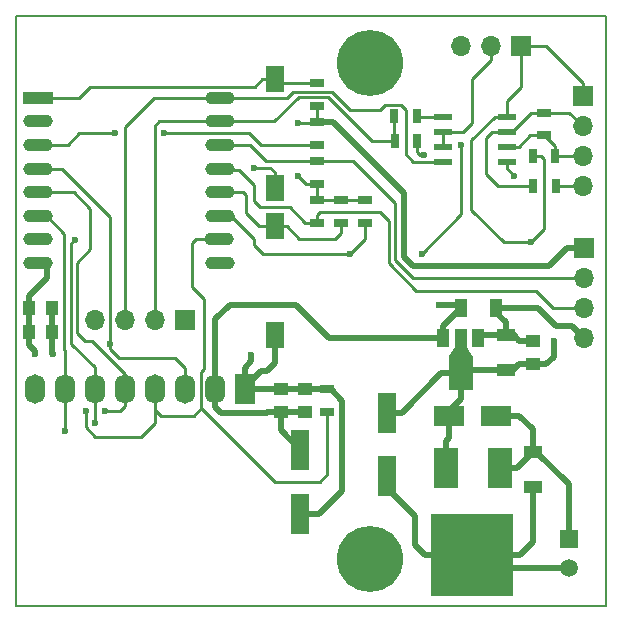
<source format=gtl>
G04 #@! TF.FileFunction,Copper,L1,Top,Mixed*
%FSLAX46Y46*%
G04 Gerber Fmt 4.6, Leading zero omitted, Abs format (unit mm)*
G04 Created by KiCad (PCBNEW 4.0.2-stable) date 6/15/2017 12:31:11 PM*
%MOMM*%
G01*
G04 APERTURE LIST*
%ADD10C,0.100000*%
%ADD11C,0.150000*%
%ADD12R,1.727200X2.500000*%
%ADD13O,1.727200X2.500000*%
%ADD14R,0.700000X1.300000*%
%ADD15R,1.600000X2.180000*%
%ADD16R,1.000000X1.250000*%
%ADD17R,1.250000X1.000000*%
%ADD18R,1.600000X1.000000*%
%ADD19R,1.000000X1.600000*%
%ADD20R,1.500000X1.500000*%
%ADD21C,1.500000*%
%ADD22R,1.300000X0.700000*%
%ADD23R,2.500000X1.100000*%
%ADD24O,2.500000X1.100000*%
%ADD25R,2.000000X3.500000*%
%ADD26R,7.000000X7.000000*%
%ADD27R,1.000000X1.500000*%
%ADD28R,2.000000X3.000000*%
%ADD29R,2.500000X1.800000*%
%ADD30R,1.700000X1.700000*%
%ADD31O,1.700000X1.700000*%
%ADD32R,1.550000X0.600000*%
%ADD33C,5.600000*%
%ADD34R,1.600000X3.500000*%
%ADD35C,0.600000*%
%ADD36C,0.500000*%
%ADD37C,0.250000*%
G04 APERTURE END LIST*
D10*
D11*
X100000000Y-100000000D02*
X100000000Y-150000000D01*
X150000000Y-100000000D02*
X100000000Y-100000000D01*
X150000000Y-150000000D02*
X150000000Y-100000000D01*
X100000000Y-150000000D02*
X150000000Y-150000000D01*
D12*
X119380000Y-131572000D03*
D13*
X116840000Y-131572000D03*
X114300000Y-131572000D03*
X111760000Y-131572000D03*
X109220000Y-131572000D03*
X106680000Y-131572000D03*
X104140000Y-131572000D03*
X101600000Y-131572000D03*
D14*
X143830000Y-114452400D03*
X145730000Y-114452400D03*
D15*
X121920000Y-105392000D03*
X121920000Y-114572000D03*
D16*
X101108000Y-126746000D03*
X103108000Y-126746000D03*
X101108000Y-124714000D03*
X103108000Y-124714000D03*
D17*
X122428000Y-133588000D03*
X122428000Y-131588000D03*
X124460000Y-133588000D03*
X124460000Y-131588000D03*
D18*
X143764000Y-136930000D03*
X143764000Y-139930000D03*
D17*
X143764000Y-129524000D03*
X143764000Y-127524000D03*
D18*
X141478000Y-130024000D03*
X141478000Y-127024000D03*
D19*
X137692000Y-124714000D03*
X140692000Y-124714000D03*
D20*
X146812000Y-144272000D03*
D21*
X146812000Y-146772000D03*
D22*
X125476000Y-107630000D03*
X125476000Y-105730000D03*
X127508000Y-115636000D03*
X127508000Y-117536000D03*
X125476000Y-109032000D03*
X125476000Y-110932000D03*
X126365000Y-133538000D03*
X126365000Y-131638000D03*
X125476000Y-115636000D03*
X125476000Y-117536000D03*
X125476000Y-114234000D03*
X125476000Y-112334000D03*
D15*
X121920000Y-117838000D03*
X121920000Y-127018000D03*
D23*
X101916000Y-106934000D03*
D24*
X101916000Y-108934000D03*
X101916000Y-110934000D03*
X101916000Y-112934000D03*
X101916000Y-114934000D03*
X101916000Y-116934000D03*
X101916000Y-118934000D03*
X101916000Y-120934000D03*
X117316000Y-120934000D03*
X117216000Y-118934000D03*
X117316000Y-116934000D03*
X117316000Y-114934000D03*
X117316000Y-112934000D03*
X117316000Y-110934000D03*
X117316000Y-108934000D03*
X117316000Y-106934000D03*
D25*
X140974000Y-138286000D03*
X136394000Y-138286000D03*
D26*
X138674000Y-145686000D03*
D27*
X139168000Y-127298000D03*
X137668000Y-127298000D03*
X136168000Y-127298000D03*
D28*
X137668000Y-130258000D03*
D10*
G36*
X136668000Y-128783000D02*
X137168000Y-128033000D01*
X138168000Y-128033000D01*
X138668000Y-128783000D01*
X136668000Y-128783000D01*
X136668000Y-128783000D01*
G37*
D29*
X140684000Y-133858000D03*
X136684000Y-133858000D03*
D30*
X114300000Y-125730000D03*
D31*
X111760000Y-125730000D03*
X109220000Y-125730000D03*
X106680000Y-125730000D03*
D30*
X148082000Y-119634000D03*
D31*
X148082000Y-122174000D03*
X148082000Y-124714000D03*
X148082000Y-127254000D03*
D30*
X142798800Y-102565200D03*
D31*
X140258800Y-102565200D03*
X137718800Y-102565200D03*
D30*
X148031200Y-106832400D03*
D31*
X148031200Y-109372400D03*
X148031200Y-111912400D03*
X148031200Y-114452400D03*
D14*
X133944400Y-108508800D03*
X132044400Y-108508800D03*
X132095200Y-110642400D03*
X133995200Y-110642400D03*
X143779200Y-111912400D03*
X145679200Y-111912400D03*
D22*
X144729200Y-110119200D03*
X144729200Y-108219200D03*
D32*
X136187200Y-108534200D03*
X136187200Y-109804200D03*
X136187200Y-111074200D03*
X136187200Y-112344200D03*
X141587200Y-112344200D03*
X141587200Y-111074200D03*
X141587200Y-109804200D03*
X141587200Y-108534200D03*
D33*
X130000000Y-146000000D03*
X130000000Y-104000000D03*
D34*
X124079000Y-136746000D03*
X124079000Y-142146000D03*
X131400000Y-133600000D03*
X131400000Y-139000000D03*
D22*
X129540000Y-115636000D03*
X129540000Y-117536000D03*
D35*
X116890800Y-129336800D03*
X101600000Y-128676400D03*
X123901200Y-109067600D03*
X123901200Y-113559200D03*
X135839200Y-124460000D03*
X135839200Y-121158000D03*
X119938800Y-128727200D03*
X142231000Y-113538000D03*
X134569200Y-111760000D03*
X120142000Y-112877600D03*
X103124000Y-128651000D03*
X143611600Y-119176800D03*
X145542000Y-127508000D03*
X105918000Y-133451600D03*
X107543600Y-133451600D03*
X104140000Y-135128000D03*
X106680000Y-134467600D03*
X104999979Y-118945795D03*
X107950000Y-127762000D03*
X108381800Y-109956600D03*
X112522000Y-109956600D03*
X128270000Y-120142000D03*
X134366000Y-120142000D03*
X137718800Y-110947200D03*
D36*
X116890800Y-129336800D02*
X116890800Y-125679200D01*
X118110000Y-124460000D02*
X123698000Y-124460000D01*
X116890800Y-125679200D02*
X118110000Y-124460000D01*
X126536000Y-127298000D02*
X136168000Y-127298000D01*
X123698000Y-124460000D02*
X126536000Y-127298000D01*
X135839200Y-121158000D02*
X133604000Y-121158000D01*
X132842000Y-120396000D02*
X132842000Y-115011200D01*
X133604000Y-121158000D02*
X132842000Y-120396000D01*
X132842000Y-115011200D02*
X126862800Y-109032000D01*
X126862800Y-109032000D02*
X125476000Y-109032000D01*
D37*
X129540000Y-115636000D02*
X127508000Y-115636000D01*
X125476000Y-115636000D02*
X127508000Y-115636000D01*
D36*
X101600000Y-128363000D02*
X101600000Y-128676400D01*
X101108000Y-126746000D02*
X101108000Y-127871000D01*
X101108000Y-127871000D02*
X101600000Y-128363000D01*
X122428000Y-133588000D02*
X122428000Y-135095000D01*
X122428000Y-135095000D02*
X124079000Y-136746000D01*
X122428000Y-133588000D02*
X121303000Y-133588000D01*
X121303000Y-133588000D02*
X121287000Y-133604000D01*
X121287000Y-133604000D02*
X117348000Y-133604000D01*
X117348000Y-133604000D02*
X116840000Y-133096000D01*
X116840000Y-133096000D02*
X116840000Y-131572000D01*
X124460000Y-133588000D02*
X122428000Y-133588000D01*
X145186400Y-121158000D02*
X146710400Y-119634000D01*
X146710400Y-119634000D02*
X148082000Y-119634000D01*
X135839200Y-121158000D02*
X145186400Y-121158000D01*
D37*
X123901200Y-109067600D02*
X125440400Y-109067600D01*
X125440400Y-109067600D02*
X125476000Y-109032000D01*
X125476000Y-114234000D02*
X124576000Y-114234000D01*
X124576000Y-114234000D02*
X123901200Y-113559200D01*
D36*
X125476000Y-109032000D02*
X125776000Y-109032000D01*
X135839200Y-124460000D02*
X137438000Y-124460000D01*
X137438000Y-124460000D02*
X137692000Y-124714000D01*
X101092000Y-123723400D02*
X102616000Y-122199400D01*
X102616000Y-122199400D02*
X102616000Y-120934000D01*
X101092000Y-124573000D02*
X101092000Y-123723400D01*
X101108000Y-124714000D02*
X101108000Y-124589000D01*
X101108000Y-124589000D02*
X101092000Y-124573000D01*
X101108000Y-124714000D02*
X101108000Y-126746000D01*
X116840000Y-131572000D02*
X116840000Y-129336800D01*
D37*
X125476000Y-109032000D02*
X125476000Y-107630000D01*
X125476000Y-115636000D02*
X125476000Y-114234000D01*
D36*
X136168000Y-127298000D02*
X136168000Y-126238000D01*
X136168000Y-126238000D02*
X137692000Y-124714000D01*
X119938800Y-129263200D02*
X119938800Y-128727200D01*
X119380000Y-131572000D02*
X119380000Y-129822000D01*
X119380000Y-129822000D02*
X119938800Y-129263200D01*
X133800000Y-142350000D02*
X133800000Y-144812000D01*
X133800000Y-144812000D02*
X134674000Y-145686000D01*
X134674000Y-145686000D02*
X138674000Y-145686000D01*
X131400000Y-139000000D02*
X131400000Y-139950000D01*
X131400000Y-139950000D02*
X133800000Y-142350000D01*
X127635000Y-140208000D02*
X125697000Y-142146000D01*
X125697000Y-142146000D02*
X124079000Y-142146000D01*
X127635000Y-132608000D02*
X127635000Y-140208000D01*
X126365000Y-131638000D02*
X126665000Y-131638000D01*
X126665000Y-131638000D02*
X127635000Y-132608000D01*
X121285000Y-130048000D02*
X121920000Y-129413000D01*
X121920000Y-129413000D02*
X121920000Y-127018000D01*
X120751600Y-130048000D02*
X121285000Y-130048000D01*
X119380000Y-131572000D02*
X119380000Y-131419600D01*
X119380000Y-131419600D02*
X120751600Y-130048000D01*
X122428000Y-131588000D02*
X119396000Y-131588000D01*
X119396000Y-131588000D02*
X119380000Y-131572000D01*
X124460000Y-131588000D02*
X122428000Y-131588000D01*
X126365000Y-131638000D02*
X124510000Y-131638000D01*
X124510000Y-131638000D02*
X124460000Y-131588000D01*
X145745200Y-126238000D02*
X144221200Y-124714000D01*
X144221200Y-124714000D02*
X140692000Y-124714000D01*
X147066000Y-126238000D02*
X145745200Y-126238000D01*
X148082000Y-127254000D02*
X147066000Y-126238000D01*
X140692000Y-125147200D02*
X141478000Y-125933200D01*
X141478000Y-125933200D02*
X141478000Y-127024000D01*
X140692000Y-124714000D02*
X140692000Y-125147200D01*
D37*
X141587200Y-112344200D02*
X141587200Y-112894200D01*
X141587200Y-112894200D02*
X142231000Y-113538000D01*
X134212800Y-111760000D02*
X134569200Y-111760000D01*
X133995200Y-110642400D02*
X133995200Y-111542400D01*
X133995200Y-111542400D02*
X134212800Y-111760000D01*
X145730000Y-114452400D02*
X148031200Y-114452400D01*
X121565600Y-112877600D02*
X120142000Y-112877600D01*
X121920000Y-114572000D02*
X121920000Y-113232000D01*
X121920000Y-113232000D02*
X121565600Y-112877600D01*
D36*
X103108000Y-126746000D02*
X103108000Y-128635000D01*
X103108000Y-128635000D02*
X103124000Y-128651000D01*
X146812000Y-146772000D02*
X139760000Y-146772000D01*
X139760000Y-146772000D02*
X138674000Y-145686000D01*
X119364000Y-131588000D02*
X119380000Y-131572000D01*
X103108000Y-126746000D02*
X103108000Y-124714000D01*
X147812000Y-127524000D02*
X148082000Y-127254000D01*
X142264000Y-127024000D02*
X142264000Y-127149000D01*
X142264000Y-127149000D02*
X142639000Y-127524000D01*
X142639000Y-127524000D02*
X143764000Y-127524000D01*
X141478000Y-127024000D02*
X142264000Y-127024000D01*
X141478000Y-127024000D02*
X139442000Y-127024000D01*
X139442000Y-127024000D02*
X139168000Y-127298000D01*
X138674000Y-145686000D02*
X142674000Y-145686000D01*
X142674000Y-145686000D02*
X143764000Y-144596000D01*
X143764000Y-144596000D02*
X143764000Y-140930000D01*
X143764000Y-140930000D02*
X143764000Y-139930000D01*
X146812000Y-144272000D02*
X146812000Y-139678000D01*
X146812000Y-139678000D02*
X144064000Y-136930000D01*
X144064000Y-136930000D02*
X143764000Y-136930000D01*
X140974000Y-138286000D02*
X142408000Y-138286000D01*
X142408000Y-138286000D02*
X143764000Y-136930000D01*
X142621000Y-133858000D02*
X143764000Y-135001000D01*
X143764000Y-135001000D02*
X143764000Y-136930000D01*
X140684000Y-133858000D02*
X142621000Y-133858000D01*
X131400000Y-133600000D02*
X132700000Y-133600000D01*
X136042000Y-130258000D02*
X137668000Y-130258000D01*
X132700000Y-133600000D02*
X136042000Y-130258000D01*
D37*
X141325600Y-119176800D02*
X143611600Y-119176800D01*
X138582400Y-116433600D02*
X141325600Y-119176800D01*
X138582400Y-110514000D02*
X138582400Y-116433600D01*
X141587200Y-108534200D02*
X140562200Y-108534200D01*
X140562200Y-108534200D02*
X138582400Y-110514000D01*
X143611600Y-119176800D02*
X144729200Y-118059200D01*
X144729200Y-118059200D02*
X144729200Y-112166400D01*
X144729200Y-112166400D02*
X144475200Y-111912400D01*
X144475200Y-111912400D02*
X143779200Y-111912400D01*
D36*
X145542000Y-128871000D02*
X145542000Y-127508000D01*
X143764000Y-129524000D02*
X144889000Y-129524000D01*
X144889000Y-129524000D02*
X145542000Y-128871000D01*
D37*
X148031200Y-106832400D02*
X148031200Y-105732400D01*
X148031200Y-105732400D02*
X144864000Y-102565200D01*
X144864000Y-102565200D02*
X143898800Y-102565200D01*
X143898800Y-102565200D02*
X142798800Y-102565200D01*
X141587200Y-107231200D02*
X142798800Y-106019600D01*
X142798800Y-106019600D02*
X142798800Y-102565200D01*
X141587200Y-108534200D02*
X141587200Y-107231200D01*
D36*
X137668000Y-127298000D02*
X137668000Y-128408000D01*
X137668000Y-130258000D02*
X137668000Y-127298000D01*
X141478000Y-130024000D02*
X137902000Y-130024000D01*
X137902000Y-130024000D02*
X137668000Y-130258000D01*
X136684000Y-133858000D02*
X136684000Y-133445000D01*
X136684000Y-133445000D02*
X137668000Y-132461000D01*
X136394000Y-138286000D02*
X136394000Y-136036000D01*
X136394000Y-136036000D02*
X136684000Y-135746000D01*
X136684000Y-135746000D02*
X136684000Y-133858000D01*
X142137000Y-130024000D02*
X142637000Y-129524000D01*
X142637000Y-129524000D02*
X143764000Y-129524000D01*
X141478000Y-130024000D02*
X142137000Y-130024000D01*
X137668000Y-132461000D02*
X137668000Y-130258000D01*
D37*
X105384600Y-106934000D02*
X102616000Y-106934000D01*
X106324400Y-105994200D02*
X105384600Y-106934000D01*
X120267800Y-105994200D02*
X106324400Y-105994200D01*
X121920000Y-105392000D02*
X120870000Y-105392000D01*
X120870000Y-105392000D02*
X120267800Y-105994200D01*
X125476000Y-105730000D02*
X122258000Y-105730000D01*
X122258000Y-105730000D02*
X121920000Y-105392000D01*
X127000000Y-118872000D02*
X127508000Y-118364000D01*
X127508000Y-118364000D02*
X127508000Y-117536000D01*
X124004000Y-118872000D02*
X127000000Y-118872000D01*
X121920000Y-117838000D02*
X122970000Y-117838000D01*
X122970000Y-117838000D02*
X124004000Y-118872000D01*
X119507000Y-116713000D02*
X120632000Y-117838000D01*
X120632000Y-117838000D02*
X121920000Y-117838000D01*
X119507000Y-115189000D02*
X119507000Y-116713000D01*
X119252000Y-114934000D02*
X119507000Y-115189000D01*
X116616000Y-114934000D02*
X119252000Y-114934000D01*
X117094000Y-134620000D02*
X117094000Y-134616020D01*
X117094000Y-134616020D02*
X115698990Y-133221010D01*
X111760000Y-134467600D02*
X111760000Y-133350000D01*
X116616000Y-118934000D02*
X115304800Y-118934000D01*
X115304800Y-118934000D02*
X114960400Y-119278400D01*
X115698990Y-130173010D02*
X115698990Y-133221010D01*
X115062000Y-133858000D02*
X112268000Y-133858000D01*
X114960400Y-119278400D02*
X114960400Y-122936000D01*
X115976400Y-129895600D02*
X115698990Y-130173010D01*
X111760000Y-133350000D02*
X111760000Y-131572000D01*
X114960400Y-122936000D02*
X115976400Y-123952000D01*
X115976400Y-123952000D02*
X115976400Y-129895600D01*
X115698990Y-133221010D02*
X115062000Y-133858000D01*
X112268000Y-133858000D02*
X111760000Y-133350000D01*
X105918000Y-134823200D02*
X105918000Y-133451600D01*
X106730800Y-135636000D02*
X105918000Y-134823200D01*
X110591600Y-135636000D02*
X106730800Y-135636000D01*
X111760000Y-134467600D02*
X110591600Y-135636000D01*
X126365000Y-133538000D02*
X126365000Y-138811000D01*
X126365000Y-138811000D02*
X125730000Y-139446000D01*
X125730000Y-139446000D02*
X121920000Y-139446000D01*
X121920000Y-139446000D02*
X117094000Y-134620000D01*
X148082000Y-124714000D02*
X145491200Y-124714000D01*
X145491200Y-124714000D02*
X144043400Y-123266200D01*
X144043400Y-123266200D02*
X133934200Y-123266200D01*
X133934200Y-123266200D02*
X131572000Y-120904000D01*
X131572000Y-120904000D02*
X131572000Y-117348000D01*
X131572000Y-117348000D02*
X130810000Y-116586000D01*
X130810000Y-116586000D02*
X125730000Y-116586000D01*
X125730000Y-116586000D02*
X125476000Y-116840000D01*
X125476000Y-116840000D02*
X125476000Y-117536000D01*
X123190000Y-116205000D02*
X124521000Y-117536000D01*
X124521000Y-117536000D02*
X125476000Y-117536000D01*
X120650000Y-116205000D02*
X123190000Y-116205000D01*
X120142000Y-115697000D02*
X120650000Y-116205000D01*
X120142000Y-114300000D02*
X120142000Y-115697000D01*
X118872000Y-113030000D02*
X120142000Y-114300000D01*
X117264598Y-113030000D02*
X118872000Y-113030000D01*
X116616000Y-112934000D02*
X117168598Y-112934000D01*
X117168598Y-112934000D02*
X117264598Y-113030000D01*
X132080000Y-115824000D02*
X128590000Y-112334000D01*
X128590000Y-112334000D02*
X125476000Y-112334000D01*
X132080000Y-120650000D02*
X132080000Y-115824000D01*
X133604000Y-122174000D02*
X132080000Y-120650000D01*
X148082000Y-122174000D02*
X133604000Y-122174000D01*
X125476000Y-112334000D02*
X126376000Y-112334000D01*
X119824000Y-110934000D02*
X121224000Y-112334000D01*
X121224000Y-112334000D02*
X125476000Y-112334000D01*
X116616000Y-110934000D02*
X119824000Y-110934000D01*
X108840400Y-133451600D02*
X107543600Y-133451600D01*
X109220000Y-131572000D02*
X109220000Y-133072000D01*
X109220000Y-133072000D02*
X108840400Y-133451600D01*
X106324400Y-116332000D02*
X104926400Y-114934000D01*
X104926400Y-114934000D02*
X104393000Y-114934000D01*
X106324400Y-119786400D02*
X106324400Y-116332000D01*
X105206800Y-120904000D02*
X106324400Y-119786400D01*
X105206800Y-126898400D02*
X105206800Y-120904000D01*
X105867200Y-127558800D02*
X105206800Y-126898400D01*
X106472800Y-127558800D02*
X105867200Y-127558800D01*
X109220000Y-131572000D02*
X109220000Y-130306000D01*
X109220000Y-130306000D02*
X106472800Y-127558800D01*
X104393000Y-114934000D02*
X102616000Y-114934000D01*
X109220000Y-131572000D02*
X109220000Y-131419600D01*
X104140000Y-131572000D02*
X104140000Y-135128000D01*
X104130989Y-118448989D02*
X102616000Y-116934000D01*
X104130989Y-128308547D02*
X104130989Y-118448989D01*
X104140000Y-128317558D02*
X104130989Y-128308547D01*
X104140000Y-131572000D02*
X104140000Y-128317558D01*
X106680000Y-133072000D02*
X106680000Y-134467600D01*
X106680000Y-131572000D02*
X106680000Y-133072000D01*
X104699980Y-127763180D02*
X106680000Y-129743200D01*
X106680000Y-129743200D02*
X106680000Y-131572000D01*
X104999979Y-118945795D02*
X104699980Y-119245794D01*
X104699980Y-119245794D02*
X104699980Y-127763180D01*
X107950000Y-127762000D02*
X107950000Y-128186264D01*
X107950000Y-128186264D02*
X108763736Y-129000000D01*
X108763736Y-129000000D02*
X113506000Y-129000000D01*
X113506000Y-129000000D02*
X114300000Y-129794000D01*
X114300000Y-129794000D02*
X114300000Y-131572000D01*
X108000000Y-126178554D02*
X107950000Y-126228554D01*
X107950000Y-126228554D02*
X107950000Y-127762000D01*
X102616000Y-112934000D02*
X103934000Y-112934000D01*
X103934000Y-112934000D02*
X108000000Y-117000000D01*
X108000000Y-117000000D02*
X108000000Y-126178554D01*
X126441200Y-106883200D02*
X130200400Y-110642400D01*
X130200400Y-110642400D02*
X132095200Y-110642400D01*
X123952000Y-106883200D02*
X126441200Y-106883200D01*
X123952000Y-106883200D02*
X121901200Y-108934000D01*
X121901200Y-108934000D02*
X116616000Y-108934000D01*
X132044400Y-108508800D02*
X132044400Y-110591600D01*
X132044400Y-110591600D02*
X132095200Y-110642400D01*
X112147600Y-108934000D02*
X111760000Y-109321600D01*
X111760000Y-109321600D02*
X111760000Y-125730000D01*
X116616000Y-108934000D02*
X112147600Y-108934000D01*
X135162200Y-112344200D02*
X136187200Y-112344200D01*
X133045200Y-107950000D02*
X133045200Y-111709200D01*
X131252094Y-107569000D02*
X132664200Y-107569000D01*
X133045200Y-111709200D02*
X133680200Y-112344200D01*
X132664200Y-107569000D02*
X133045200Y-107950000D01*
X130849684Y-107971411D02*
X131252094Y-107569000D01*
X126746000Y-106426000D02*
X128291411Y-107971411D01*
X123494800Y-106426000D02*
X126746000Y-106426000D01*
X122986800Y-106934000D02*
X123494800Y-106426000D01*
X133680200Y-112344200D02*
X135162200Y-112344200D01*
X128291411Y-107971411D02*
X130849684Y-107971411D01*
X116616000Y-106934000D02*
X122986800Y-106934000D01*
X109220000Y-109448600D02*
X109220000Y-125730000D01*
X111734600Y-106934000D02*
X109220000Y-109448600D01*
X116616000Y-106934000D02*
X111734600Y-106934000D01*
X108381800Y-109956600D02*
X105384600Y-109956600D01*
X112522000Y-109956600D02*
X119761000Y-109956600D01*
X119761000Y-109956600D02*
X120736400Y-110932000D01*
X120736400Y-110932000D02*
X125476000Y-110932000D01*
X105384600Y-109956600D02*
X104407200Y-110934000D01*
X104407200Y-110934000D02*
X102616000Y-110934000D01*
X136187200Y-109804200D02*
X136187200Y-111074200D01*
X138633200Y-109067600D02*
X137896600Y-109804200D01*
X137896600Y-109804200D02*
X136187200Y-109804200D01*
X138633200Y-105392881D02*
X138633200Y-109067600D01*
X140258800Y-102565200D02*
X140258800Y-103767281D01*
X140258800Y-103767281D02*
X138633200Y-105392881D01*
X137718800Y-116789200D02*
X134366000Y-120142000D01*
X137718800Y-110947200D02*
X137718800Y-116789200D01*
X128270000Y-120142000D02*
X129540000Y-118872000D01*
X129540000Y-118872000D02*
X129540000Y-117536000D01*
X120904000Y-120142000D02*
X128270000Y-120142000D01*
X120142000Y-119380000D02*
X120904000Y-120142000D01*
X120142000Y-118872000D02*
X120142000Y-119380000D01*
X118204000Y-116934000D02*
X120142000Y-118872000D01*
X116616000Y-116934000D02*
X118204000Y-116934000D01*
X143830000Y-114452400D02*
X140817600Y-114452400D01*
X140335000Y-109804200D02*
X141587200Y-109804200D01*
X140817600Y-114452400D02*
X139801600Y-113436400D01*
X139801600Y-113436400D02*
X139801600Y-110337600D01*
X139801600Y-110337600D02*
X140335000Y-109804200D01*
X148031200Y-109372400D02*
X146878000Y-108219200D01*
X146878000Y-108219200D02*
X144729200Y-108219200D01*
X141587200Y-109804200D02*
X142062200Y-109804200D01*
X142062200Y-109804200D02*
X143647200Y-108219200D01*
X143647200Y-108219200D02*
X144729200Y-108219200D01*
X145679200Y-111912400D02*
X145679200Y-111069200D01*
X145679200Y-111069200D02*
X144729200Y-110119200D01*
X145679200Y-111912400D02*
X148031200Y-111912400D01*
X141587200Y-111074200D02*
X142612200Y-111074200D01*
X142612200Y-111074200D02*
X143567200Y-110119200D01*
X143567200Y-110119200D02*
X143829200Y-110119200D01*
X143829200Y-110119200D02*
X144729200Y-110119200D01*
X136187200Y-108534200D02*
X133969800Y-108534200D01*
X133969800Y-108534200D02*
X133944400Y-108508800D01*
M02*

</source>
